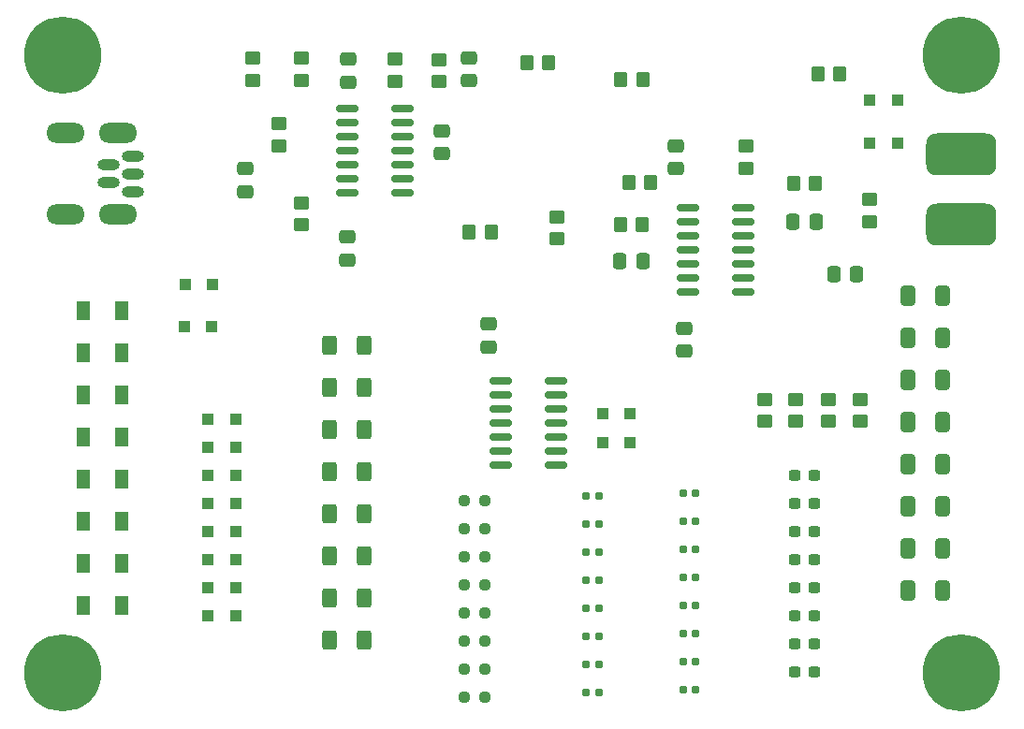
<source format=gbr>
%TF.GenerationSoftware,KiCad,Pcbnew,(6.0.5)*%
%TF.CreationDate,2022-08-10T18:54:24-07:00*%
%TF.ProjectId,AlpenglowSMTGarden,416c7065-6e67-46c6-9f77-534d54476172,rev?*%
%TF.SameCoordinates,Original*%
%TF.FileFunction,Soldermask,Bot*%
%TF.FilePolarity,Negative*%
%FSLAX46Y46*%
G04 Gerber Fmt 4.6, Leading zero omitted, Abs format (unit mm)*
G04 Created by KiCad (PCBNEW (6.0.5)) date 2022-08-10 18:54:24*
%MOMM*%
%LPD*%
G01*
G04 APERTURE LIST*
G04 Aperture macros list*
%AMRoundRect*
0 Rectangle with rounded corners*
0 $1 Rounding radius*
0 $2 $3 $4 $5 $6 $7 $8 $9 X,Y pos of 4 corners*
0 Add a 4 corners polygon primitive as box body*
4,1,4,$2,$3,$4,$5,$6,$7,$8,$9,$2,$3,0*
0 Add four circle primitives for the rounded corners*
1,1,$1+$1,$2,$3*
1,1,$1+$1,$4,$5*
1,1,$1+$1,$6,$7*
1,1,$1+$1,$8,$9*
0 Add four rect primitives between the rounded corners*
20,1,$1+$1,$2,$3,$4,$5,0*
20,1,$1+$1,$4,$5,$6,$7,0*
20,1,$1+$1,$6,$7,$8,$9,0*
20,1,$1+$1,$8,$9,$2,$3,0*%
G04 Aperture macros list end*
%ADD10O,2.000000X1.000000*%
%ADD11O,3.500000X1.800000*%
%ADD12C,6.985000*%
%ADD13RoundRect,0.250000X-0.450000X0.350000X-0.450000X-0.350000X0.450000X-0.350000X0.450000X0.350000X0*%
%ADD14RoundRect,0.237500X0.300000X0.237500X-0.300000X0.237500X-0.300000X-0.237500X0.300000X-0.237500X0*%
%ADD15R,1.000000X1.000000*%
%ADD16RoundRect,0.155000X0.212500X0.155000X-0.212500X0.155000X-0.212500X-0.155000X0.212500X-0.155000X0*%
%ADD17RoundRect,0.250000X-0.475000X0.337500X-0.475000X-0.337500X0.475000X-0.337500X0.475000X0.337500X0*%
%ADD18RoundRect,0.250000X0.450000X-0.350000X0.450000X0.350000X-0.450000X0.350000X-0.450000X-0.350000X0*%
%ADD19RoundRect,0.237500X0.250000X0.237500X-0.250000X0.237500X-0.250000X-0.237500X0.250000X-0.237500X0*%
%ADD20RoundRect,0.250000X0.412500X0.650000X-0.412500X0.650000X-0.412500X-0.650000X0.412500X-0.650000X0*%
%ADD21RoundRect,0.250000X0.400000X0.625000X-0.400000X0.625000X-0.400000X-0.625000X0.400000X-0.625000X0*%
%ADD22RoundRect,0.150000X0.825000X0.150000X-0.825000X0.150000X-0.825000X-0.150000X0.825000X-0.150000X0*%
%ADD23RoundRect,0.160000X0.197500X0.160000X-0.197500X0.160000X-0.197500X-0.160000X0.197500X-0.160000X0*%
%ADD24RoundRect,0.250000X-0.337500X-0.475000X0.337500X-0.475000X0.337500X0.475000X-0.337500X0.475000X0*%
%ADD25R,1.300000X1.700000*%
%ADD26RoundRect,0.952500X2.222500X0.952500X-2.222500X0.952500X-2.222500X-0.952500X2.222500X-0.952500X0*%
%ADD27RoundRect,0.250000X0.475000X-0.337500X0.475000X0.337500X-0.475000X0.337500X-0.475000X-0.337500X0*%
%ADD28RoundRect,0.250000X-0.350000X-0.450000X0.350000X-0.450000X0.350000X0.450000X-0.350000X0.450000X0*%
%ADD29RoundRect,0.250000X0.337500X0.475000X-0.337500X0.475000X-0.337500X-0.475000X0.337500X-0.475000X0*%
%ADD30RoundRect,0.250000X0.350000X0.450000X-0.350000X0.450000X-0.350000X-0.450000X0.350000X-0.450000X0*%
G04 APERTURE END LIST*
D10*
%TO.C,J1*%
X124452999Y-61846997D03*
X122252999Y-61046997D03*
X124452999Y-60246997D03*
X122252999Y-59446997D03*
X124452999Y-58646997D03*
D11*
X118302999Y-56546998D03*
X123052999Y-63946996D03*
X118302999Y-63946996D03*
X123052999Y-56546998D03*
%TD*%
D12*
%TO.C,H4*%
X199390000Y-49530000D03*
%TD*%
%TO.C,H1*%
X118110000Y-49530000D03*
%TD*%
%TO.C,H3*%
X118110000Y-105410000D03*
%TD*%
%TO.C,H2*%
X199390000Y-105410000D03*
%TD*%
D13*
%TO.C,R21*%
X179929646Y-57734780D03*
X179929646Y-59734780D03*
%TD*%
D14*
%TO.C,C22*%
X186055000Y-92583000D03*
X184330000Y-92583000D03*
%TD*%
D15*
%TO.C,D24*%
X193603000Y-53547000D03*
X191103000Y-53547000D03*
%TD*%
D16*
%TO.C,C28*%
X175319500Y-89154000D03*
X174184500Y-89154000D03*
%TD*%
D17*
%TO.C,C10*%
X143814800Y-65942300D03*
X143814800Y-68017300D03*
%TD*%
D15*
%TO.C,D23*%
X129052000Y-74041000D03*
X131552000Y-74041000D03*
%TD*%
%TO.C,D31*%
X131211000Y-92583000D03*
X133711000Y-92583000D03*
%TD*%
D18*
%TO.C,R2*%
X162788600Y-66151000D03*
X162788600Y-64151000D03*
%TD*%
D17*
%TO.C,C11*%
X134620000Y-59795500D03*
X134620000Y-61870500D03*
%TD*%
D19*
%TO.C,R40*%
X156233500Y-97409000D03*
X154408500Y-97409000D03*
%TD*%
D20*
%TO.C,C15*%
X197650500Y-82677000D03*
X194525500Y-82677000D03*
%TD*%
%TO.C,C14*%
X197650500Y-78867000D03*
X194525500Y-78867000D03*
%TD*%
D21*
%TO.C,R33*%
X145353000Y-91037000D03*
X142253000Y-91037000D03*
%TD*%
D19*
%TO.C,R42*%
X156233500Y-102489000D03*
X154408500Y-102489000D03*
%TD*%
D15*
%TO.C,D32*%
X131211000Y-95123000D03*
X133711000Y-95123000D03*
%TD*%
D21*
%TO.C,R32*%
X145353000Y-87227000D03*
X142253000Y-87227000D03*
%TD*%
D22*
%TO.C,U1*%
X179610646Y-63306780D03*
X179610646Y-64576780D03*
X179610646Y-65846780D03*
X179610646Y-67116780D03*
X179610646Y-68386780D03*
X179610646Y-69656780D03*
X179610646Y-70926780D03*
X174660646Y-70926780D03*
X174660646Y-69656780D03*
X174660646Y-68386780D03*
X174660646Y-67116780D03*
X174660646Y-65846780D03*
X174660646Y-64576780D03*
X174660646Y-63306780D03*
%TD*%
D13*
%TO.C,R28*%
X137668000Y-55692800D03*
X137668000Y-57692800D03*
%TD*%
D15*
%TO.C,D22*%
X166898000Y-84582000D03*
X169398000Y-84582000D03*
%TD*%
%TO.C,D27*%
X131211000Y-82423000D03*
X133711000Y-82423000D03*
%TD*%
%TO.C,D33*%
X131211000Y-97663000D03*
X133711000Y-97663000D03*
%TD*%
D23*
%TO.C,R48*%
X166586500Y-97028000D03*
X165391500Y-97028000D03*
%TD*%
%TO.C,R46*%
X166586500Y-91948000D03*
X165391500Y-91948000D03*
%TD*%
D24*
%TO.C,C2*%
X187811500Y-69342000D03*
X189886500Y-69342000D03*
%TD*%
D25*
%TO.C,D36*%
X119916000Y-76454000D03*
X123416000Y-76454000D03*
%TD*%
D20*
%TO.C,C12*%
X197650500Y-71247000D03*
X194525500Y-71247000D03*
%TD*%
D26*
%TO.C,J2*%
X199353000Y-58472000D03*
X199353000Y-64822000D03*
%TD*%
D14*
%TO.C,C24*%
X186055000Y-97663000D03*
X184330000Y-97663000D03*
%TD*%
D18*
%TO.C,R5*%
X190246000Y-82661000D03*
X190246000Y-80661000D03*
%TD*%
D25*
%TO.C,D37*%
X119916000Y-80264000D03*
X123416000Y-80264000D03*
%TD*%
D24*
%TO.C,C3*%
X184153900Y-64566800D03*
X186228900Y-64566800D03*
%TD*%
D23*
%TO.C,R49*%
X166586500Y-99568000D03*
X165391500Y-99568000D03*
%TD*%
D21*
%TO.C,R30*%
X145353000Y-79607000D03*
X142253000Y-79607000D03*
%TD*%
D27*
%TO.C,C7*%
X143941800Y-51964500D03*
X143941800Y-49889500D03*
%TD*%
D19*
%TO.C,R44*%
X156233500Y-107569000D03*
X154408500Y-107569000D03*
%TD*%
D14*
%TO.C,C25*%
X186055000Y-100203000D03*
X184330000Y-100203000D03*
%TD*%
D25*
%TO.C,D38*%
X119916000Y-84074000D03*
X123416000Y-84074000D03*
%TD*%
D14*
%TO.C,C26*%
X186055000Y-102743000D03*
X184330000Y-102743000D03*
%TD*%
D15*
%TO.C,D30*%
X131211000Y-90043000D03*
X133711000Y-90043000D03*
%TD*%
%TO.C,D21*%
X166898000Y-81915000D03*
X169398000Y-81915000D03*
%TD*%
D21*
%TO.C,R35*%
X145353000Y-98657000D03*
X142253000Y-98657000D03*
%TD*%
D16*
%TO.C,C31*%
X175319500Y-96774000D03*
X174184500Y-96774000D03*
%TD*%
D28*
%TO.C,R17*%
X160036000Y-50165000D03*
X162036000Y-50165000D03*
%TD*%
D16*
%TO.C,C34*%
X175319500Y-104394000D03*
X174184500Y-104394000D03*
%TD*%
%TO.C,C35*%
X175319500Y-106934000D03*
X174184500Y-106934000D03*
%TD*%
D29*
%TO.C,C5*%
X170553146Y-68132780D03*
X168478146Y-68132780D03*
%TD*%
D25*
%TO.C,D39*%
X119916000Y-87884000D03*
X123416000Y-87884000D03*
%TD*%
D30*
%TO.C,R23*%
X171277646Y-61020780D03*
X169277646Y-61020780D03*
%TD*%
D18*
%TO.C,R7*%
X184404000Y-82661000D03*
X184404000Y-80661000D03*
%TD*%
D15*
%TO.C,D26*%
X193603000Y-57447000D03*
X191103000Y-57447000D03*
%TD*%
D14*
%TO.C,C27*%
X186055000Y-105283000D03*
X184330000Y-105283000D03*
%TD*%
D18*
%TO.C,R4*%
X191058800Y-64576200D03*
X191058800Y-62576200D03*
%TD*%
D14*
%TO.C,C20*%
X186055000Y-87503000D03*
X184330000Y-87503000D03*
%TD*%
D20*
%TO.C,C19*%
X197650500Y-97917000D03*
X194525500Y-97917000D03*
%TD*%
D13*
%TO.C,R26*%
X152146000Y-49927000D03*
X152146000Y-51927000D03*
%TD*%
D20*
%TO.C,C17*%
X197650500Y-90297000D03*
X194525500Y-90297000D03*
%TD*%
D19*
%TO.C,R39*%
X156233500Y-94869000D03*
X154408500Y-94869000D03*
%TD*%
D14*
%TO.C,C23*%
X186054992Y-95123000D03*
X184329992Y-95123000D03*
%TD*%
D28*
%TO.C,R24*%
X168515646Y-64830780D03*
X170515646Y-64830780D03*
%TD*%
D15*
%TO.C,D34*%
X131211000Y-100203000D03*
X133711000Y-100203000D03*
%TD*%
D23*
%TO.C,R45*%
X166586500Y-89408000D03*
X165391500Y-89408000D03*
%TD*%
D19*
%TO.C,R43*%
X156233500Y-105029000D03*
X154408500Y-105029000D03*
%TD*%
D27*
%TO.C,C1*%
X173579646Y-59772280D03*
X173579646Y-57697280D03*
%TD*%
D25*
%TO.C,D42*%
X119916000Y-99314000D03*
X123416000Y-99314000D03*
%TD*%
D18*
%TO.C,R6*%
X187325000Y-82661000D03*
X187325000Y-80661000D03*
%TD*%
D15*
%TO.C,D28*%
X131211000Y-84963000D03*
X133711000Y-84963000D03*
%TD*%
D27*
%TO.C,C6*%
X156641800Y-75919791D03*
X156641800Y-73844791D03*
%TD*%
D16*
%TO.C,C33*%
X175319500Y-101854000D03*
X174184500Y-101854000D03*
%TD*%
D25*
%TO.C,D41*%
X119916000Y-95504000D03*
X123416000Y-95504000D03*
%TD*%
D27*
%TO.C,C8*%
X154813000Y-51837500D03*
X154813000Y-49762500D03*
%TD*%
D13*
%TO.C,R25*%
X148158200Y-49876200D03*
X148158200Y-51876200D03*
%TD*%
D22*
%TO.C,U3*%
X148804400Y-54330600D03*
X148804400Y-55600600D03*
X148804400Y-56870600D03*
X148804400Y-58140600D03*
X148804400Y-59410600D03*
X148804400Y-60680600D03*
X148804400Y-61950600D03*
X143854400Y-61950600D03*
X143854400Y-60680600D03*
X143854400Y-59410600D03*
X143854400Y-58140600D03*
X143854400Y-56870600D03*
X143854400Y-55600600D03*
X143854400Y-54330600D03*
%TD*%
D20*
%TO.C,C13*%
X197650500Y-75057000D03*
X194525500Y-75057000D03*
%TD*%
D15*
%TO.C,D25*%
X129153000Y-70247000D03*
X131653000Y-70247000D03*
%TD*%
D16*
%TO.C,C30*%
X175319500Y-94234000D03*
X174184500Y-94234000D03*
%TD*%
D15*
%TO.C,D29*%
X131211000Y-87503000D03*
X133711000Y-87503000D03*
%TD*%
D25*
%TO.C,D35*%
X119916000Y-72644000D03*
X123416000Y-72644000D03*
%TD*%
D20*
%TO.C,C16*%
X197650500Y-86487000D03*
X194525500Y-86487000D03*
%TD*%
D21*
%TO.C,R36*%
X145353000Y-102467000D03*
X142253000Y-102467000D03*
%TD*%
D30*
%TO.C,R20*%
X156829000Y-65548000D03*
X154829000Y-65548000D03*
%TD*%
D21*
%TO.C,R31*%
X145353000Y-83417000D03*
X142253000Y-83417000D03*
%TD*%
D19*
%TO.C,R41*%
X156233500Y-99949000D03*
X154408500Y-99949000D03*
%TD*%
D21*
%TO.C,R34*%
X145353000Y-94847000D03*
X142253000Y-94847000D03*
%TD*%
D28*
%TO.C,R1*%
X168545000Y-51739800D03*
X170545000Y-51739800D03*
%TD*%
D14*
%TO.C,C21*%
X186055000Y-90043000D03*
X184330000Y-90043000D03*
%TD*%
D23*
%TO.C,R51*%
X166586500Y-104648000D03*
X165391500Y-104648000D03*
%TD*%
D18*
%TO.C,R8*%
X181610000Y-82661000D03*
X181610000Y-80661000D03*
%TD*%
%TO.C,R19*%
X139649200Y-64881000D03*
X139649200Y-62881000D03*
%TD*%
%TO.C,R27*%
X139700000Y-51800000D03*
X139700000Y-49800000D03*
%TD*%
D21*
%TO.C,R29*%
X145353000Y-75797000D03*
X142253000Y-75797000D03*
%TD*%
D13*
%TO.C,R18*%
X135255000Y-49800000D03*
X135255000Y-51800000D03*
%TD*%
D23*
%TO.C,R50*%
X166586500Y-102108000D03*
X165391500Y-102108000D03*
%TD*%
%TO.C,R47*%
X166586500Y-94488000D03*
X165391500Y-94488000D03*
%TD*%
%TO.C,R52*%
X166586500Y-107188000D03*
X165391500Y-107188000D03*
%TD*%
D19*
%TO.C,R37*%
X156233500Y-89789000D03*
X154408500Y-89789000D03*
%TD*%
D28*
%TO.C,R22*%
X184166000Y-61087000D03*
X186166000Y-61087000D03*
%TD*%
D25*
%TO.C,D40*%
X119916000Y-91694000D03*
X123416000Y-91694000D03*
%TD*%
D20*
%TO.C,C18*%
X197650500Y-94107000D03*
X194525500Y-94107000D03*
%TD*%
D17*
%TO.C,C4*%
X174341646Y-74207280D03*
X174341646Y-76282280D03*
%TD*%
D19*
%TO.C,R38*%
X156233500Y-92329000D03*
X154408500Y-92329000D03*
%TD*%
D17*
%TO.C,C9*%
X152349200Y-56341100D03*
X152349200Y-58416100D03*
%TD*%
D16*
%TO.C,C29*%
X175319500Y-91694000D03*
X174184500Y-91694000D03*
%TD*%
%TO.C,C32*%
X175319500Y-99314000D03*
X174184500Y-99314000D03*
%TD*%
D22*
%TO.C,U2*%
X162672800Y-78946291D03*
X162672800Y-80216291D03*
X162672800Y-81486291D03*
X162672800Y-82756291D03*
X162672800Y-84026291D03*
X162672800Y-85296291D03*
X162672800Y-86566291D03*
X157722800Y-86566291D03*
X157722800Y-85296291D03*
X157722800Y-84026291D03*
X157722800Y-82756291D03*
X157722800Y-81486291D03*
X157722800Y-80216291D03*
X157722800Y-78946291D03*
%TD*%
D30*
%TO.C,R3*%
X188375800Y-51231800D03*
X186375800Y-51231800D03*
%TD*%
M02*

</source>
